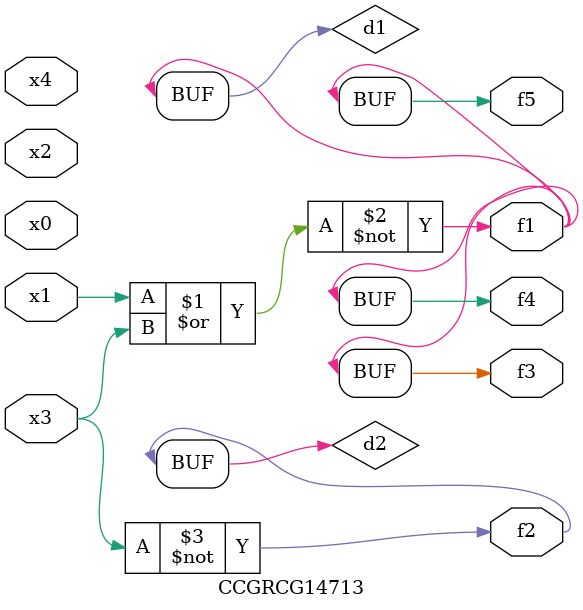
<source format=v>
module CCGRCG14713(
	input x0, x1, x2, x3, x4,
	output f1, f2, f3, f4, f5
);

	wire d1, d2;

	nor (d1, x1, x3);
	not (d2, x3);
	assign f1 = d1;
	assign f2 = d2;
	assign f3 = d1;
	assign f4 = d1;
	assign f5 = d1;
endmodule

</source>
